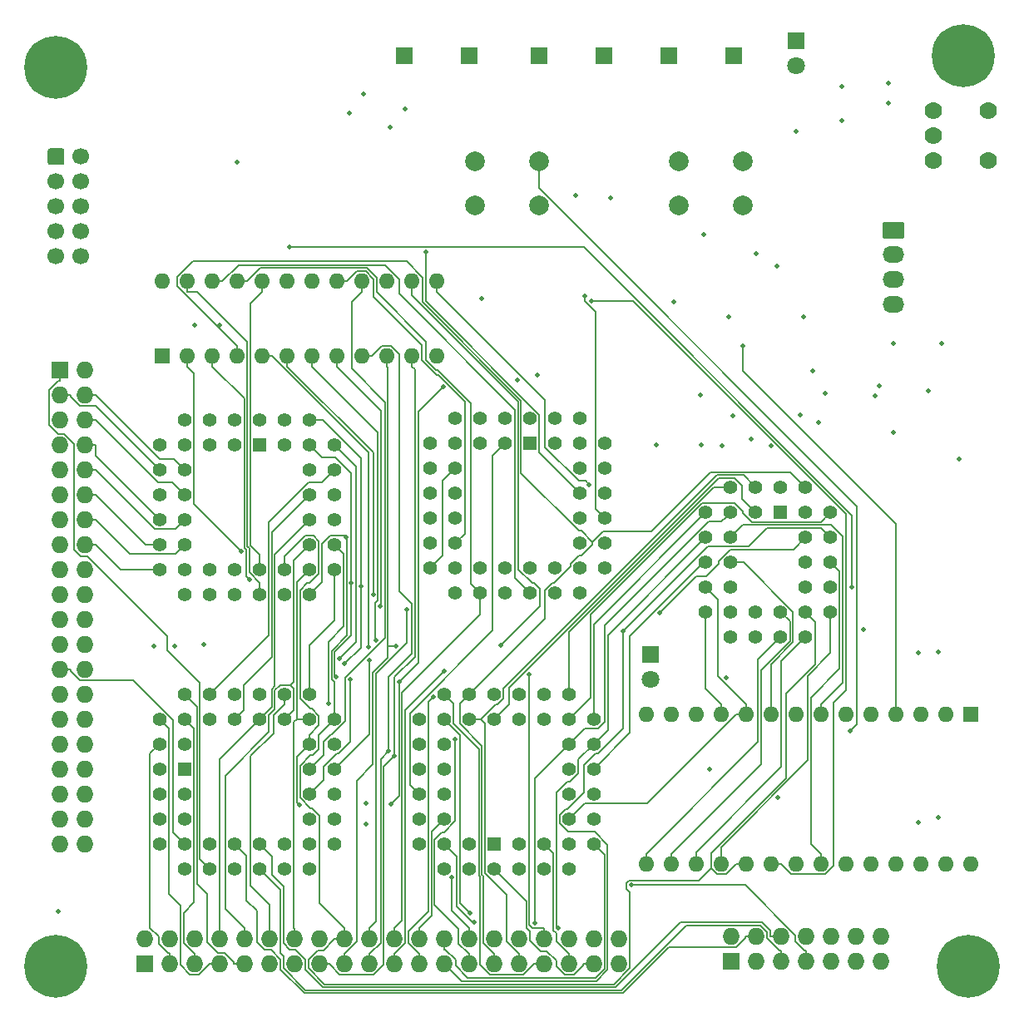
<source format=gbr>
G04 #@! TF.GenerationSoftware,KiCad,Pcbnew,5.1.5+dfsg1-2build2*
G04 #@! TF.CreationDate,2021-07-25T17:31:02+01:00*
G04 #@! TF.ProjectId,pluto,706c7574-6f2e-46b6-9963-61645f706362,rev?*
G04 #@! TF.SameCoordinates,Original*
G04 #@! TF.FileFunction,Copper,L4,Bot*
G04 #@! TF.FilePolarity,Positive*
%FSLAX46Y46*%
G04 Gerber Fmt 4.6, Leading zero omitted, Abs format (unit mm)*
G04 Created by KiCad (PCBNEW 5.1.5+dfsg1-2build2) date 2021-07-25 17:31:02*
%MOMM*%
%LPD*%
G04 APERTURE LIST*
%ADD10C,1.422400*%
%ADD11R,1.422400X1.422400*%
%ADD12C,1.700000*%
%ADD13C,0.100000*%
%ADD14R,1.800000X1.800000*%
%ADD15C,1.800000*%
%ADD16C,1.778000*%
%ADD17O,2.200000X1.700000*%
%ADD18R,1.727200X1.727200*%
%ADD19O,1.727200X1.727200*%
%ADD20C,6.400000*%
%ADD21C,2.000000*%
%ADD22O,1.600000X1.600000*%
%ADD23R,1.600000X1.600000*%
%ADD24R,1.700000X1.700000*%
%ADD25C,0.500000*%
%ADD26C,0.150000*%
G04 APERTURE END LIST*
D10*
X114300000Y-83185000D03*
X114300000Y-85725000D03*
X114300000Y-88265000D03*
X114300000Y-90805000D03*
X114300000Y-93345000D03*
X111760000Y-80645000D03*
X111760000Y-85725000D03*
X111760000Y-88265000D03*
X111760000Y-90805000D03*
X111760000Y-93345000D03*
X111760000Y-95885000D03*
X111760000Y-98425000D03*
X109220000Y-98425000D03*
X106680000Y-98425000D03*
X104140000Y-98425000D03*
X101600000Y-98425000D03*
X99060000Y-98425000D03*
X114300000Y-95885000D03*
X109220000Y-95885000D03*
X106680000Y-95885000D03*
X104140000Y-95885000D03*
X101600000Y-95885000D03*
X99060000Y-95885000D03*
X96520000Y-95885000D03*
X96520000Y-93345000D03*
X96520000Y-90805000D03*
X96520000Y-88265000D03*
X96520000Y-85725000D03*
X96520000Y-83185000D03*
X99060000Y-93345000D03*
X99060000Y-90805000D03*
X99060000Y-88265000D03*
X99060000Y-85725000D03*
X99060000Y-83185000D03*
X109220000Y-80645000D03*
X106680000Y-80645000D03*
X99060000Y-80645000D03*
X101600000Y-80645000D03*
X104140000Y-80645000D03*
X111760000Y-83185000D03*
X109220000Y-83185000D03*
X101600000Y-83185000D03*
X104140000Y-83185000D03*
D11*
X106680000Y-83185000D03*
D12*
X60960000Y-64135000D03*
X60960000Y-61595000D03*
X60960000Y-59055000D03*
X60960000Y-56515000D03*
X60960000Y-53975000D03*
X58420000Y-64135000D03*
X58420000Y-61595000D03*
X58420000Y-59055000D03*
X58420000Y-56515000D03*
G04 #@! TA.AperFunction,ComponentPad*
D13*
G36*
X59044504Y-53126204D02*
G01*
X59068773Y-53129804D01*
X59092571Y-53135765D01*
X59115671Y-53144030D01*
X59137849Y-53154520D01*
X59158893Y-53167133D01*
X59178598Y-53181747D01*
X59196777Y-53198223D01*
X59213253Y-53216402D01*
X59227867Y-53236107D01*
X59240480Y-53257151D01*
X59250970Y-53279329D01*
X59259235Y-53302429D01*
X59265196Y-53326227D01*
X59268796Y-53350496D01*
X59270000Y-53375000D01*
X59270000Y-54575000D01*
X59268796Y-54599504D01*
X59265196Y-54623773D01*
X59259235Y-54647571D01*
X59250970Y-54670671D01*
X59240480Y-54692849D01*
X59227867Y-54713893D01*
X59213253Y-54733598D01*
X59196777Y-54751777D01*
X59178598Y-54768253D01*
X59158893Y-54782867D01*
X59137849Y-54795480D01*
X59115671Y-54805970D01*
X59092571Y-54814235D01*
X59068773Y-54820196D01*
X59044504Y-54823796D01*
X59020000Y-54825000D01*
X57820000Y-54825000D01*
X57795496Y-54823796D01*
X57771227Y-54820196D01*
X57747429Y-54814235D01*
X57724329Y-54805970D01*
X57702151Y-54795480D01*
X57681107Y-54782867D01*
X57661402Y-54768253D01*
X57643223Y-54751777D01*
X57626747Y-54733598D01*
X57612133Y-54713893D01*
X57599520Y-54692849D01*
X57589030Y-54670671D01*
X57580765Y-54647571D01*
X57574804Y-54623773D01*
X57571204Y-54599504D01*
X57570000Y-54575000D01*
X57570000Y-53375000D01*
X57571204Y-53350496D01*
X57574804Y-53326227D01*
X57580765Y-53302429D01*
X57589030Y-53279329D01*
X57599520Y-53257151D01*
X57612133Y-53236107D01*
X57626747Y-53216402D01*
X57643223Y-53198223D01*
X57661402Y-53181747D01*
X57681107Y-53167133D01*
X57702151Y-53154520D01*
X57724329Y-53144030D01*
X57747429Y-53135765D01*
X57771227Y-53129804D01*
X57795496Y-53126204D01*
X57820000Y-53125000D01*
X59020000Y-53125000D01*
X59044504Y-53126204D01*
G37*
G04 #@! TD.AperFunction*
D11*
X71501000Y-116332000D03*
D10*
X71501000Y-118872000D03*
X71501000Y-121412000D03*
X71501000Y-113792000D03*
X71501000Y-111252000D03*
X68961000Y-118872000D03*
X68961000Y-121412000D03*
X68961000Y-123952000D03*
X68961000Y-116332000D03*
X68961000Y-113792000D03*
X71501000Y-123952000D03*
X74041000Y-123952000D03*
X76581000Y-123952000D03*
X79121000Y-123952000D03*
X81661000Y-123952000D03*
X71501000Y-126492000D03*
X74041000Y-126492000D03*
X76581000Y-126492000D03*
X79121000Y-126492000D03*
X81661000Y-126492000D03*
X84201000Y-126492000D03*
X84201000Y-123952000D03*
X84201000Y-121412000D03*
X84201000Y-118872000D03*
X84201000Y-116332000D03*
X84201000Y-113792000D03*
X84201000Y-108712000D03*
X86741000Y-123952000D03*
X86741000Y-121412000D03*
X86741000Y-118872000D03*
X86741000Y-116332000D03*
X86741000Y-113792000D03*
X86741000Y-111252000D03*
X84201000Y-111252000D03*
X81661000Y-111252000D03*
X79121000Y-111252000D03*
X76581000Y-111252000D03*
X74041000Y-111252000D03*
X68961000Y-111252000D03*
X81661000Y-108712000D03*
X79121000Y-108712000D03*
X76581000Y-108712000D03*
X74041000Y-108712000D03*
X71501000Y-108712000D03*
X86741000Y-83312000D03*
X86741000Y-85852000D03*
X86741000Y-88392000D03*
X86741000Y-90932000D03*
X86741000Y-93472000D03*
X84201000Y-80772000D03*
X84201000Y-85852000D03*
X84201000Y-88392000D03*
X84201000Y-90932000D03*
X84201000Y-93472000D03*
X84201000Y-96012000D03*
X84201000Y-98552000D03*
X81661000Y-98552000D03*
X79121000Y-98552000D03*
X76581000Y-98552000D03*
X74041000Y-98552000D03*
X71501000Y-98552000D03*
X86741000Y-96012000D03*
X81661000Y-96012000D03*
X79121000Y-96012000D03*
X76581000Y-96012000D03*
X74041000Y-96012000D03*
X71501000Y-96012000D03*
X68961000Y-96012000D03*
X68961000Y-93472000D03*
X68961000Y-90932000D03*
X68961000Y-88392000D03*
X68961000Y-85852000D03*
X68961000Y-83312000D03*
X71501000Y-93472000D03*
X71501000Y-90932000D03*
X71501000Y-88392000D03*
X71501000Y-85852000D03*
X71501000Y-83312000D03*
X81661000Y-80772000D03*
X79121000Y-80772000D03*
X71501000Y-80772000D03*
X74041000Y-80772000D03*
X76581000Y-80772000D03*
X84201000Y-83312000D03*
X81661000Y-83312000D03*
X74041000Y-83312000D03*
X76581000Y-83312000D03*
D11*
X79121000Y-83312000D03*
D14*
X118948000Y-104648000D03*
D15*
X118948000Y-107188000D03*
D14*
X133731000Y-42164000D03*
D15*
X133731000Y-44704000D03*
D16*
X153289000Y-54356000D03*
X153289000Y-49276000D03*
X147701000Y-54356000D03*
X147701000Y-51816000D03*
X147701000Y-49276000D03*
G04 #@! TA.AperFunction,ComponentPad*
D13*
G36*
X144511504Y-60619204D02*
G01*
X144535773Y-60622804D01*
X144559571Y-60628765D01*
X144582671Y-60637030D01*
X144604849Y-60647520D01*
X144625893Y-60660133D01*
X144645598Y-60674747D01*
X144663777Y-60691223D01*
X144680253Y-60709402D01*
X144694867Y-60729107D01*
X144707480Y-60750151D01*
X144717970Y-60772329D01*
X144726235Y-60795429D01*
X144732196Y-60819227D01*
X144735796Y-60843496D01*
X144737000Y-60868000D01*
X144737000Y-62068000D01*
X144735796Y-62092504D01*
X144732196Y-62116773D01*
X144726235Y-62140571D01*
X144717970Y-62163671D01*
X144707480Y-62185849D01*
X144694867Y-62206893D01*
X144680253Y-62226598D01*
X144663777Y-62244777D01*
X144645598Y-62261253D01*
X144625893Y-62275867D01*
X144604849Y-62288480D01*
X144582671Y-62298970D01*
X144559571Y-62307235D01*
X144535773Y-62313196D01*
X144511504Y-62316796D01*
X144487000Y-62318000D01*
X142787000Y-62318000D01*
X142762496Y-62316796D01*
X142738227Y-62313196D01*
X142714429Y-62307235D01*
X142691329Y-62298970D01*
X142669151Y-62288480D01*
X142648107Y-62275867D01*
X142628402Y-62261253D01*
X142610223Y-62244777D01*
X142593747Y-62226598D01*
X142579133Y-62206893D01*
X142566520Y-62185849D01*
X142556030Y-62163671D01*
X142547765Y-62140571D01*
X142541804Y-62116773D01*
X142538204Y-62092504D01*
X142537000Y-62068000D01*
X142537000Y-60868000D01*
X142538204Y-60843496D01*
X142541804Y-60819227D01*
X142547765Y-60795429D01*
X142556030Y-60772329D01*
X142566520Y-60750151D01*
X142579133Y-60729107D01*
X142593747Y-60709402D01*
X142610223Y-60691223D01*
X142628402Y-60674747D01*
X142648107Y-60660133D01*
X142669151Y-60647520D01*
X142691329Y-60637030D01*
X142714429Y-60628765D01*
X142738227Y-60622804D01*
X142762496Y-60619204D01*
X142787000Y-60618000D01*
X144487000Y-60618000D01*
X144511504Y-60619204D01*
G37*
G04 #@! TD.AperFunction*
D17*
X143637000Y-63968000D03*
X143637000Y-66468000D03*
X143637000Y-68968000D03*
D18*
X127127000Y-135890000D03*
D19*
X127127000Y-133350000D03*
X129667000Y-135890000D03*
X129667000Y-133350000D03*
X132207000Y-135890000D03*
X132207000Y-133350000D03*
X134747000Y-135890000D03*
X134747000Y-133350000D03*
X137287000Y-135890000D03*
X137287000Y-133350000D03*
X139827000Y-135890000D03*
X139827000Y-133350000D03*
X142367000Y-135890000D03*
X142367000Y-133350000D03*
D20*
X58394600Y-44856400D03*
X150749000Y-43688000D03*
X151257000Y-136398000D03*
X58420000Y-136398000D03*
D18*
X58801000Y-75692000D03*
D19*
X61341000Y-75692000D03*
X58801000Y-78232000D03*
X61341000Y-78232000D03*
X58801000Y-80772000D03*
X61341000Y-80772000D03*
X58801000Y-83312000D03*
X61341000Y-83312000D03*
X58801000Y-85852000D03*
X61341000Y-85852000D03*
X58801000Y-88392000D03*
X61341000Y-88392000D03*
X58801000Y-90932000D03*
X61341000Y-90932000D03*
X58801000Y-93472000D03*
X61341000Y-93472000D03*
X58801000Y-96012000D03*
X61341000Y-96012000D03*
X58801000Y-98552000D03*
X61341000Y-98552000D03*
X58801000Y-101092000D03*
X61341000Y-101092000D03*
X58801000Y-103632000D03*
X61341000Y-103632000D03*
X58801000Y-106172000D03*
X61341000Y-106172000D03*
X58801000Y-108712000D03*
X61341000Y-108712000D03*
X58801000Y-111252000D03*
X61341000Y-111252000D03*
X58801000Y-113792000D03*
X61341000Y-113792000D03*
X58801000Y-116332000D03*
X61341000Y-116332000D03*
X58801000Y-118872000D03*
X61341000Y-118872000D03*
X58801000Y-121412000D03*
X61341000Y-121412000D03*
X58801000Y-123952000D03*
X61341000Y-123952000D03*
D21*
X128293000Y-54428000D03*
X128293000Y-58928000D03*
X121793000Y-54428000D03*
X121793000Y-58928000D03*
X101069000Y-58928000D03*
X101069000Y-54428000D03*
X107569000Y-58928000D03*
X107569000Y-54428000D03*
D10*
X95377000Y-123952000D03*
X95377000Y-121412000D03*
X95377000Y-118872000D03*
X95377000Y-116332000D03*
X95377000Y-113792000D03*
X97917000Y-126492000D03*
X97917000Y-121412000D03*
X97917000Y-118872000D03*
X97917000Y-116332000D03*
X97917000Y-113792000D03*
X97917000Y-111252000D03*
X97917000Y-108712000D03*
X100457000Y-108712000D03*
X102997000Y-108712000D03*
X105537000Y-108712000D03*
X108077000Y-108712000D03*
X110617000Y-108712000D03*
X95377000Y-111252000D03*
X100457000Y-111252000D03*
X102997000Y-111252000D03*
X105537000Y-111252000D03*
X108077000Y-111252000D03*
X110617000Y-111252000D03*
X113157000Y-111252000D03*
X113157000Y-113792000D03*
X113157000Y-116332000D03*
X113157000Y-118872000D03*
X113157000Y-121412000D03*
X113157000Y-123952000D03*
X110617000Y-113792000D03*
X110617000Y-116332000D03*
X110617000Y-118872000D03*
X110617000Y-121412000D03*
X110617000Y-123952000D03*
X100457000Y-126492000D03*
X102997000Y-126492000D03*
X110617000Y-126492000D03*
X108077000Y-126492000D03*
X105537000Y-126492000D03*
X97917000Y-123952000D03*
X100457000Y-123952000D03*
X108077000Y-123952000D03*
X105537000Y-123952000D03*
D11*
X102997000Y-123952000D03*
D22*
X151511000Y-125984000D03*
X118491000Y-110744000D03*
X148971000Y-125984000D03*
X121031000Y-110744000D03*
X146431000Y-125984000D03*
X123571000Y-110744000D03*
X143891000Y-125984000D03*
X126111000Y-110744000D03*
X141351000Y-125984000D03*
X128651000Y-110744000D03*
X138811000Y-125984000D03*
X131191000Y-110744000D03*
X136271000Y-125984000D03*
X133731000Y-110744000D03*
X133731000Y-125984000D03*
X136271000Y-110744000D03*
X131191000Y-125984000D03*
X138811000Y-110744000D03*
X128651000Y-125984000D03*
X141351000Y-110744000D03*
X126111000Y-125984000D03*
X143891000Y-110744000D03*
X123571000Y-125984000D03*
X146431000Y-110744000D03*
X121031000Y-125984000D03*
X148971000Y-110744000D03*
X118491000Y-125984000D03*
D23*
X151511000Y-110744000D03*
X69215000Y-74295000D03*
D22*
X97155000Y-66675000D03*
X71755000Y-74295000D03*
X94615000Y-66675000D03*
X74295000Y-74295000D03*
X92075000Y-66675000D03*
X76835000Y-74295000D03*
X89535000Y-66675000D03*
X79375000Y-74295000D03*
X86995000Y-66675000D03*
X81915000Y-74295000D03*
X84455000Y-66675000D03*
X84455000Y-74295000D03*
X81915000Y-66675000D03*
X86995000Y-74295000D03*
X79375000Y-66675000D03*
X89535000Y-74295000D03*
X76835000Y-66675000D03*
X92075000Y-74295000D03*
X74295000Y-66675000D03*
X94615000Y-74295000D03*
X71755000Y-66675000D03*
X97155000Y-74295000D03*
X69215000Y-66675000D03*
D24*
X127381000Y-43688000D03*
X120777000Y-43688000D03*
X114173000Y-43688000D03*
X107569000Y-43688000D03*
X100457000Y-43688000D03*
X93853000Y-43688000D03*
D10*
X134706300Y-90198600D03*
X132166300Y-87658600D03*
X134706300Y-87658600D03*
X134706300Y-92738600D03*
X134706300Y-95278600D03*
X134706300Y-97818600D03*
X134706300Y-100358600D03*
X134706300Y-102898600D03*
X132166300Y-102898600D03*
X137246300Y-90198600D03*
X137246300Y-92738600D03*
X137246300Y-95278600D03*
X137246300Y-97818600D03*
X137246300Y-100358600D03*
X132166300Y-100358600D03*
X129626300Y-100358600D03*
X127086300Y-100358600D03*
X124546300Y-100358600D03*
X124546300Y-97818600D03*
X124546300Y-95278600D03*
X124546300Y-92738600D03*
X129626300Y-102898600D03*
X127086300Y-102898600D03*
X127086300Y-97818600D03*
X127086300Y-95278600D03*
X127086300Y-92738600D03*
X127086300Y-90198600D03*
X127086300Y-87658600D03*
X129626300Y-87658600D03*
X124546300Y-90198600D03*
X129626300Y-90198600D03*
D11*
X132166300Y-90198600D03*
D18*
X67437000Y-136144000D03*
D19*
X67437000Y-133604000D03*
X69977000Y-136144000D03*
X69977000Y-133604000D03*
X72517000Y-136144000D03*
X72517000Y-133604000D03*
X75057000Y-136144000D03*
X75057000Y-133604000D03*
X77597000Y-136144000D03*
X77597000Y-133604000D03*
X80137000Y-136144000D03*
X80137000Y-133604000D03*
X82677000Y-136144000D03*
X82677000Y-133604000D03*
X85217000Y-136144000D03*
X85217000Y-133604000D03*
X87757000Y-136144000D03*
X87757000Y-133604000D03*
X90297000Y-136144000D03*
X90297000Y-133604000D03*
X92837000Y-136144000D03*
X92837000Y-133604000D03*
X95377000Y-136144000D03*
X95377000Y-133604000D03*
X97917000Y-136144000D03*
X97917000Y-133604000D03*
X100457000Y-136144000D03*
X100457000Y-133604000D03*
X102997000Y-136144000D03*
X102997000Y-133604000D03*
X105537000Y-136144000D03*
X105537000Y-133604000D03*
X108077000Y-136144000D03*
X108077000Y-133604000D03*
X110617000Y-136144000D03*
X110617000Y-133604000D03*
X113157000Y-136144000D03*
X113157000Y-133604000D03*
X115697000Y-136144000D03*
X115697000Y-133604000D03*
D25*
X146189000Y-121757000D03*
X141811000Y-78314400D03*
X138376000Y-46868300D03*
X111322000Y-57907100D03*
X121285000Y-68779100D03*
X134493000Y-70258500D03*
X143129000Y-46501300D03*
X123978000Y-78275100D03*
X129163000Y-82723400D03*
X126873000Y-70297500D03*
X136057000Y-81049700D03*
X88314000Y-49530000D03*
X89945800Y-119837000D03*
X146196000Y-104450000D03*
X75057000Y-71120000D03*
X143617000Y-82020600D03*
X140628000Y-102100000D03*
X127269000Y-80325700D03*
X147188000Y-77844200D03*
X92383700Y-51008600D03*
X105377000Y-76693200D03*
X73478000Y-103631000D03*
X68404800Y-103771000D03*
X129649000Y-63813900D03*
X148567000Y-72981700D03*
X143617000Y-72987800D03*
X70459800Y-103771000D03*
X119541000Y-83347100D03*
X135407000Y-75770300D03*
X131823000Y-65082900D03*
X89740000Y-47556400D03*
X93980000Y-49080100D03*
X124333000Y-61883300D03*
X126162000Y-83443800D03*
X133731000Y-51423900D03*
X143129000Y-48551400D03*
X131850000Y-119245000D03*
X58653100Y-130840000D03*
X124946000Y-116341000D03*
X148254000Y-104378000D03*
X89935300Y-121901000D03*
X107414000Y-76221200D03*
X131220000Y-83431800D03*
X150333000Y-84794100D03*
X148248000Y-121251000D03*
X76835000Y-54491300D03*
X101757000Y-68434000D03*
X126656000Y-107028000D03*
X72517000Y-71120000D03*
X136713000Y-78076500D03*
X142205000Y-77344400D03*
X114850000Y-58143500D03*
X124080000Y-83356600D03*
X138371000Y-50315600D03*
X134135000Y-80279400D03*
X93345400Y-107433000D03*
X92523600Y-119892000D03*
X97837400Y-77382900D03*
X128295000Y-73253500D03*
X88466800Y-97356500D03*
X86933100Y-106940000D03*
X87805000Y-105621000D03*
X89472800Y-97683800D03*
X98677700Y-127354000D03*
X139248000Y-112444000D03*
X107119000Y-132037000D03*
X112673000Y-87382700D03*
X109505000Y-132501000D03*
X92848300Y-114958000D03*
X92255300Y-114497000D03*
X96788400Y-109009000D03*
X90979500Y-103200000D03*
X99036900Y-113269000D03*
X90191100Y-103877000D03*
X78138800Y-97034800D03*
X87917700Y-92731000D03*
X93035200Y-103778000D03*
X119882000Y-100396000D03*
X97945500Y-106321000D03*
X91398700Y-99774100D03*
X116145000Y-102312000D03*
X90690500Y-98524700D03*
X77306900Y-94175000D03*
X100577000Y-130997000D03*
X86125000Y-109649000D03*
X139444000Y-97818600D03*
X82173700Y-63206600D03*
X94147100Y-100106000D03*
X88367700Y-107227000D03*
X87233400Y-105070000D03*
X90316700Y-105276000D03*
X103696000Y-103728000D03*
X106577000Y-106650000D03*
X83220600Y-119997000D03*
X101007000Y-131912000D03*
X116946000Y-128144000D03*
X112885000Y-68669900D03*
X96035100Y-63688100D03*
X112243000Y-68140600D03*
D26*
X108077000Y-123952000D02*
X109018000Y-124893000D01*
X109018000Y-124893000D02*
X109018000Y-132727000D01*
X109018000Y-132727000D02*
X109347000Y-133056000D01*
X109347000Y-133056000D02*
X109347000Y-133898000D01*
X109347000Y-133898000D02*
X110504000Y-135055000D01*
X110504000Y-135055000D02*
X110617000Y-135055000D01*
X110617000Y-135055000D02*
X110617000Y-136144000D01*
X93345400Y-107433000D02*
X93345400Y-119070000D01*
X93345400Y-119070000D02*
X92523600Y-119892000D01*
X93345400Y-107433000D02*
X95297000Y-105482000D01*
X95297000Y-105482000D02*
X95297000Y-79923300D01*
X95297000Y-79923300D02*
X97837400Y-77382900D01*
X143891000Y-110744000D02*
X143891000Y-91399600D01*
X143891000Y-91399600D02*
X128295000Y-75803600D01*
X128295000Y-75803600D02*
X128295000Y-73253500D01*
X113157000Y-136144000D02*
X112068000Y-136144000D01*
X112068000Y-136144000D02*
X112068000Y-136280000D01*
X112068000Y-136280000D02*
X111102000Y-137246000D01*
X111102000Y-137246000D02*
X110176000Y-137246000D01*
X110176000Y-137246000D02*
X109347000Y-136417000D01*
X109347000Y-136417000D02*
X109347000Y-135814000D01*
X109347000Y-135814000D02*
X108375000Y-134842000D01*
X108375000Y-134842000D02*
X107751000Y-134842000D01*
X107751000Y-134842000D02*
X106657000Y-133748000D01*
X106657000Y-133748000D02*
X106657000Y-132878000D01*
X106657000Y-132878000D02*
X106276000Y-132498000D01*
X106276000Y-132498000D02*
X106276000Y-129771000D01*
X106276000Y-129771000D02*
X102997000Y-126492000D01*
X86741000Y-85852000D02*
X85471000Y-87122000D01*
X85471000Y-87122000D02*
X84136900Y-87122000D01*
X84136900Y-87122000D02*
X80075300Y-91183600D01*
X80075300Y-91183600D02*
X80075300Y-102678000D01*
X80075300Y-102678000D02*
X74041000Y-108712000D01*
X58801000Y-78232000D02*
X59889900Y-78232000D01*
X59889900Y-78232000D02*
X59889900Y-78368200D01*
X59889900Y-78368200D02*
X60842600Y-79320900D01*
X60842600Y-79320900D02*
X62429900Y-79320900D01*
X62429900Y-79320900D02*
X68961000Y-85852000D01*
X61341000Y-78232000D02*
X62429900Y-78232000D01*
X62429900Y-78232000D02*
X68973900Y-84776000D01*
X68973900Y-84776000D02*
X70425000Y-84776000D01*
X70425000Y-84776000D02*
X71501000Y-85852000D01*
X61341000Y-80772000D02*
X62429900Y-80772000D01*
X62429900Y-80772000D02*
X68779900Y-87122000D01*
X68779900Y-87122000D02*
X70231000Y-87122000D01*
X70231000Y-87122000D02*
X71501000Y-88392000D01*
X61341000Y-83312000D02*
X62429900Y-83312000D01*
X62429900Y-83312000D02*
X62429900Y-84400900D01*
X62429900Y-84400900D02*
X68961000Y-90932000D01*
X61341000Y-85852000D02*
X62429900Y-85852000D01*
X62429900Y-85852000D02*
X68448700Y-91870800D01*
X68448700Y-91870800D02*
X70562200Y-91870800D01*
X70562200Y-91870800D02*
X71501000Y-90932000D01*
X61341000Y-88392000D02*
X62429900Y-88392000D01*
X62429900Y-88392000D02*
X67509900Y-93472000D01*
X67509900Y-93472000D02*
X68961000Y-93472000D01*
X61341000Y-90932000D02*
X62429900Y-90932000D01*
X62429900Y-90932000D02*
X65922400Y-94424500D01*
X65922400Y-94424500D02*
X70548500Y-94424500D01*
X70548500Y-94424500D02*
X71501000Y-93472000D01*
X61341000Y-93472000D02*
X62429900Y-93472000D01*
X62429900Y-93472000D02*
X64969900Y-96012000D01*
X64969900Y-96012000D02*
X68961000Y-96012000D01*
X127086300Y-95278600D02*
X127086000Y-95278600D01*
X131191000Y-110744000D02*
X131191000Y-105642000D01*
X131191000Y-105642000D02*
X133438000Y-103395000D01*
X133438000Y-103395000D02*
X133438000Y-100301000D01*
X133438000Y-100301000D02*
X128416000Y-95278600D01*
X128416000Y-95278600D02*
X127086300Y-95278600D01*
X71501000Y-111252000D02*
X72470700Y-112222000D01*
X72470700Y-112222000D02*
X72470700Y-129906000D01*
X72470700Y-129906000D02*
X71400000Y-130977000D01*
X71400000Y-130977000D02*
X71400000Y-134051000D01*
X71400000Y-134051000D02*
X72404200Y-135055000D01*
X72404200Y-135055000D02*
X72517000Y-135055000D01*
X72517000Y-135055000D02*
X72517000Y-136144000D01*
X88425900Y-97356500D02*
X88425900Y-86157700D01*
X88425900Y-86157700D02*
X86850200Y-84582000D01*
X86850200Y-84582000D02*
X85471000Y-84582000D01*
X85471000Y-84582000D02*
X84201000Y-83312000D01*
X88425900Y-97356500D02*
X88466800Y-97356500D01*
X86933100Y-106940000D02*
X86758000Y-106765000D01*
X86758000Y-106765000D02*
X86758000Y-104415000D01*
X86758000Y-104415000D02*
X88425900Y-102747000D01*
X88425900Y-102747000D02*
X88425900Y-97356500D01*
X124546200Y-97818700D02*
X125816000Y-99088600D01*
X125816000Y-99088600D02*
X125816000Y-106884000D01*
X125816000Y-106884000D02*
X128651000Y-109719000D01*
X128651000Y-109719000D02*
X128651000Y-110744000D01*
X124546000Y-97818600D02*
X124546200Y-97818700D01*
X124546300Y-97818600D02*
X124546200Y-97818700D01*
X69977000Y-136144000D02*
X69977000Y-135055000D01*
X69977000Y-135055000D02*
X69840800Y-135055000D01*
X69840800Y-135055000D02*
X68888100Y-134102000D01*
X68888100Y-134102000D02*
X68888100Y-133379000D01*
X68888100Y-133379000D02*
X67994500Y-132485000D01*
X67994500Y-132485000D02*
X67994500Y-114758000D01*
X67994500Y-114758000D02*
X68961000Y-113792000D01*
X128651000Y-110744000D02*
X127626000Y-110744000D01*
X127626000Y-110744000D02*
X118561000Y-119809000D01*
X118561000Y-119809000D02*
X112220000Y-119809000D01*
X112220000Y-119809000D02*
X110617000Y-121412000D01*
X124546000Y-95278600D02*
X124546300Y-95278600D01*
X124546000Y-95278600D02*
X124327000Y-95278600D01*
X124327000Y-95278600D02*
X116838000Y-102767000D01*
X116838000Y-102767000D02*
X116838000Y-112650000D01*
X116838000Y-112650000D02*
X113157000Y-116332000D01*
X68961000Y-111252000D02*
X69897500Y-112188000D01*
X69897500Y-112188000D02*
X69897500Y-129046000D01*
X69897500Y-129046000D02*
X71066000Y-130214000D01*
X71066000Y-130214000D02*
X71066000Y-136255000D01*
X71066000Y-136255000D02*
X72056100Y-137245000D01*
X72056100Y-137245000D02*
X72980100Y-137245000D01*
X72980100Y-137245000D02*
X73968100Y-136257000D01*
X73968100Y-136257000D02*
X73968100Y-136144000D01*
X73968100Y-136144000D02*
X75057000Y-136144000D01*
X84201000Y-80772000D02*
X85550500Y-80772000D01*
X85550500Y-80772000D02*
X89472800Y-84694300D01*
X89472800Y-84694300D02*
X89472800Y-97683800D01*
X89472800Y-97683800D02*
X89472800Y-103954000D01*
X89472800Y-103954000D02*
X87805000Y-105621000D01*
X100457000Y-133604000D02*
X100457000Y-132515000D01*
X100457000Y-132515000D02*
X98677700Y-130736000D01*
X98677700Y-130736000D02*
X98677700Y-127354000D01*
X113157000Y-123952000D02*
X114248000Y-125043000D01*
X114248000Y-125043000D02*
X114248000Y-136636000D01*
X114248000Y-136636000D02*
X113320000Y-137564000D01*
X113320000Y-137564000D02*
X100282000Y-137564000D01*
X100282000Y-137564000D02*
X99067700Y-136350000D01*
X99067700Y-136350000D02*
X99067700Y-135731000D01*
X99067700Y-135731000D02*
X98029800Y-134693000D01*
X98029800Y-134693000D02*
X97917000Y-134693000D01*
X97917000Y-134693000D02*
X97917000Y-133604000D01*
X139248000Y-112444000D02*
X139930000Y-111762000D01*
X139930000Y-111762000D02*
X139930000Y-89555600D01*
X139930000Y-89555600D02*
X107569000Y-57194900D01*
X107569000Y-57194900D02*
X107569000Y-54428000D01*
X126618000Y-90666900D02*
X126150000Y-91135200D01*
X126150000Y-91135200D02*
X124825000Y-91135200D01*
X124825000Y-91135200D02*
X114269000Y-101691000D01*
X114269000Y-101691000D02*
X114269000Y-111489000D01*
X114269000Y-111489000D02*
X113570000Y-112189000D01*
X113570000Y-112189000D02*
X112220000Y-112189000D01*
X112220000Y-112189000D02*
X110617000Y-113792000D01*
X127086000Y-90198600D02*
X126618000Y-90666900D01*
X126618000Y-90666900D02*
X127086300Y-90198600D01*
X110617000Y-113792000D02*
X107119000Y-117290000D01*
X107119000Y-117290000D02*
X107119000Y-132037000D01*
X112673000Y-87382700D02*
X112285000Y-86995000D01*
X112285000Y-86995000D02*
X111670000Y-86995000D01*
X111670000Y-86995000D02*
X108206000Y-83531600D01*
X108206000Y-83531600D02*
X108206000Y-78751800D01*
X108206000Y-78751800D02*
X97155000Y-67700300D01*
X97155000Y-67700300D02*
X97155000Y-66675000D01*
X124546300Y-92738600D02*
X124546000Y-92738600D01*
X124546000Y-92738600D02*
X114593000Y-102692000D01*
X114593000Y-102692000D02*
X114593000Y-112356000D01*
X114593000Y-112356000D02*
X113157000Y-113792000D01*
X113157000Y-113792000D02*
X111584000Y-115364000D01*
X111584000Y-115364000D02*
X111584000Y-116736000D01*
X111584000Y-116736000D02*
X110718000Y-117602000D01*
X110718000Y-117602000D02*
X110459000Y-117602000D01*
X110459000Y-117602000D02*
X109325000Y-118735000D01*
X109325000Y-118735000D02*
X109325000Y-132321000D01*
X109325000Y-132321000D02*
X109505000Y-132501000D01*
X124546300Y-90198600D02*
X124546000Y-90198600D01*
X113157000Y-111252000D02*
X113157000Y-101588000D01*
X113157000Y-101588000D02*
X124546000Y-90198600D01*
X85217000Y-136144000D02*
X86305900Y-136144000D01*
X86305900Y-136144000D02*
X86305900Y-136257000D01*
X86305900Y-136257000D02*
X87287100Y-137238000D01*
X87287100Y-137238000D02*
X90746200Y-137238000D01*
X90746200Y-137238000D02*
X91748000Y-136236000D01*
X91748000Y-136236000D02*
X91748000Y-116058000D01*
X91748000Y-116058000D02*
X92848300Y-114958000D01*
X94615000Y-74295000D02*
X94615000Y-75320300D01*
X94615000Y-75320300D02*
X94922700Y-75628000D01*
X94922700Y-75628000D02*
X94922700Y-104871000D01*
X94922700Y-104871000D02*
X92848300Y-106945000D01*
X92848300Y-106945000D02*
X92848300Y-114958000D01*
X137246300Y-90198600D02*
X137246000Y-90198600D01*
X110617000Y-111252000D02*
X112821000Y-109048000D01*
X112821000Y-109048000D02*
X112821000Y-100591000D01*
X112821000Y-100591000D02*
X124156000Y-89256000D01*
X124156000Y-89256000D02*
X127515000Y-89256000D01*
X127515000Y-89256000D02*
X128356000Y-90097800D01*
X128356000Y-90097800D02*
X128356000Y-90261300D01*
X128356000Y-90261300D02*
X129260000Y-91164700D01*
X129260000Y-91164700D02*
X136280000Y-91164700D01*
X136280000Y-91164700D02*
X137246000Y-90198600D01*
X90297000Y-136144000D02*
X90297000Y-135055000D01*
X90297000Y-135055000D02*
X90409800Y-135055000D01*
X90409800Y-135055000D02*
X91447600Y-134017000D01*
X91447600Y-134017000D02*
X91447600Y-115305000D01*
X91447600Y-115305000D02*
X92255300Y-114497000D01*
X89535000Y-74295000D02*
X90560300Y-74295000D01*
X90560300Y-74295000D02*
X91590400Y-73264900D01*
X91590400Y-73264900D02*
X92524000Y-73264900D01*
X92524000Y-73264900D02*
X93345000Y-74085900D01*
X93345000Y-74085900D02*
X93345000Y-98218800D01*
X93345000Y-98218800D02*
X94622400Y-99496200D01*
X94622400Y-99496200D02*
X94622400Y-104586000D01*
X94622400Y-104586000D02*
X92255300Y-106953000D01*
X92255300Y-106953000D02*
X92255300Y-114497000D01*
X95377000Y-136144000D02*
X95377000Y-135055000D01*
X95377000Y-135055000D02*
X95264200Y-135055000D01*
X95264200Y-135055000D02*
X94265700Y-134057000D01*
X94265700Y-134057000D02*
X94265700Y-132838000D01*
X94265700Y-132838000D02*
X96313700Y-130790000D01*
X96313700Y-130790000D02*
X96313700Y-109484000D01*
X96313700Y-109484000D02*
X96788400Y-109009000D01*
X84455000Y-74295000D02*
X84455000Y-75320300D01*
X84455000Y-75320300D02*
X91177900Y-82043200D01*
X91177900Y-82043200D02*
X91177900Y-99180400D01*
X91177900Y-99180400D02*
X90912900Y-99445400D01*
X90912900Y-99445400D02*
X90912900Y-103134000D01*
X90912900Y-103134000D02*
X90979500Y-103200000D01*
X129626300Y-90198600D02*
X129626000Y-90198600D01*
X129626000Y-90198600D02*
X128265000Y-88837100D01*
X128265000Y-88837100D02*
X128265000Y-87473100D01*
X128265000Y-87473100D02*
X127495000Y-86703600D01*
X127495000Y-86703600D02*
X125832000Y-86703600D01*
X125832000Y-86703600D02*
X104511000Y-108024000D01*
X104511000Y-108024000D02*
X104511000Y-109738000D01*
X104511000Y-109738000D02*
X102997000Y-111252000D01*
X100457000Y-136144000D02*
X100457000Y-135055000D01*
X100457000Y-135055000D02*
X100344000Y-135055000D01*
X100344000Y-135055000D02*
X99368100Y-134079000D01*
X99368100Y-134079000D02*
X99368100Y-132604000D01*
X99368100Y-132604000D02*
X96934500Y-130170000D01*
X96934500Y-130170000D02*
X96934500Y-123501000D01*
X96934500Y-123501000D02*
X97662000Y-122774000D01*
X97662000Y-122774000D02*
X97889400Y-122774000D01*
X97889400Y-122774000D02*
X99036900Y-121626000D01*
X99036900Y-121626000D02*
X99036900Y-113269000D01*
X79375000Y-74295000D02*
X80400300Y-74295000D01*
X80400300Y-74295000D02*
X90191100Y-84085800D01*
X90191100Y-84085800D02*
X90191100Y-103877000D01*
X129626300Y-87658600D02*
X129626000Y-87658600D01*
X101652000Y-111252000D02*
X103153000Y-109751000D01*
X103153000Y-109751000D02*
X103346000Y-109751000D01*
X103346000Y-109751000D02*
X103967000Y-109131000D01*
X103967000Y-109131000D02*
X103967000Y-108144000D01*
X103967000Y-108144000D02*
X125707000Y-86403200D01*
X125707000Y-86403200D02*
X128371000Y-86403200D01*
X128371000Y-86403200D02*
X129626000Y-87658600D01*
X74295000Y-74295000D02*
X74295000Y-75320300D01*
X74295000Y-75320300D02*
X77583500Y-78608800D01*
X77583500Y-78608800D02*
X77583500Y-93779300D01*
X77583500Y-93779300D02*
X77782200Y-93978000D01*
X77782200Y-93978000D02*
X77782200Y-96678200D01*
X77782200Y-96678200D02*
X78138800Y-97034800D01*
X105537000Y-136144000D02*
X105537000Y-135055000D01*
X105537000Y-135055000D02*
X105424000Y-135055000D01*
X105424000Y-135055000D02*
X104267000Y-133898000D01*
X104267000Y-133898000D02*
X104267000Y-129086000D01*
X104267000Y-129086000D02*
X102060000Y-126880000D01*
X102060000Y-126880000D02*
X102060000Y-111661000D01*
X102060000Y-111661000D02*
X101652000Y-111252000D01*
X100457000Y-111252000D02*
X101652000Y-111252000D01*
X134706300Y-100358600D02*
X134706000Y-100358900D01*
X134706000Y-100358900D02*
X134706000Y-100359000D01*
X125085000Y-126440000D02*
X125085000Y-124872000D01*
X125085000Y-124872000D02*
X132705000Y-117251000D01*
X132705000Y-117251000D02*
X132705000Y-108629000D01*
X132705000Y-108629000D02*
X135658000Y-105677000D01*
X135658000Y-105677000D02*
X135658000Y-101310000D01*
X135658000Y-101310000D02*
X134706000Y-100359000D01*
X87757000Y-133604000D02*
X87757000Y-132515000D01*
X87757000Y-132515000D02*
X85216800Y-129975000D01*
X85216800Y-129975000D02*
X85216800Y-121100000D01*
X85216800Y-121100000D02*
X84443900Y-120327000D01*
X84443900Y-120327000D02*
X84328100Y-120327000D01*
X84328100Y-120327000D02*
X83241300Y-119240000D01*
X83241300Y-119240000D02*
X83241300Y-115963000D01*
X83241300Y-115963000D02*
X84313300Y-114891000D01*
X84313300Y-114891000D02*
X84539400Y-114891000D01*
X84539400Y-114891000D02*
X85154400Y-114276000D01*
X85154400Y-114276000D02*
X85154400Y-112839000D01*
X85154400Y-112839000D02*
X86741000Y-111252000D01*
X128651000Y-125984000D02*
X127626000Y-125984000D01*
X127626000Y-125984000D02*
X126585000Y-127025000D01*
X126585000Y-127025000D02*
X125669000Y-127025000D01*
X125669000Y-127025000D02*
X125085000Y-126440000D01*
X87757000Y-133604000D02*
X86668100Y-133604000D01*
X86668100Y-133604000D02*
X86668100Y-133717000D01*
X86668100Y-133717000D02*
X85630200Y-134755000D01*
X85630200Y-134755000D02*
X85045800Y-134755000D01*
X85045800Y-134755000D02*
X84097200Y-135703000D01*
X84097200Y-135703000D02*
X84097200Y-136599000D01*
X84097200Y-136599000D02*
X85724900Y-138227000D01*
X85724900Y-138227000D02*
X115210000Y-138227000D01*
X115210000Y-138227000D02*
X116838000Y-136600000D01*
X116838000Y-136600000D02*
X116838000Y-128888000D01*
X116838000Y-128888000D02*
X116471000Y-128521000D01*
X116471000Y-128521000D02*
X116471000Y-127947000D01*
X116471000Y-127947000D02*
X116749000Y-127669000D01*
X116749000Y-127669000D02*
X123856000Y-127669000D01*
X123856000Y-127669000D02*
X125085000Y-126440000D01*
X84201000Y-98552000D02*
X85471100Y-97281900D01*
X85471100Y-97281900D02*
X85471100Y-93386700D01*
X85471100Y-93386700D02*
X86322400Y-92535400D01*
X86322400Y-92535400D02*
X87722100Y-92535400D01*
X87722100Y-92535400D02*
X87917700Y-92731000D01*
X86741000Y-111252000D02*
X86741000Y-107441000D01*
X86741000Y-107441000D02*
X86457700Y-107158000D01*
X86457700Y-107158000D02*
X86457700Y-104278000D01*
X86457700Y-104278000D02*
X87991500Y-102744000D01*
X87991500Y-102744000D02*
X87991500Y-92804800D01*
X87991500Y-92804800D02*
X87917700Y-92731000D01*
X127086000Y-87658600D02*
X127086300Y-87658600D01*
X110617000Y-108712000D02*
X110617000Y-102371000D01*
X110617000Y-102371000D02*
X125329000Y-87658600D01*
X125329000Y-87658600D02*
X127086000Y-87658600D01*
X92075000Y-74295000D02*
X92075000Y-75320300D01*
X92075000Y-75320300D02*
X92206400Y-75451700D01*
X92206400Y-75451700D02*
X92206400Y-103778000D01*
X87757000Y-136144000D02*
X87757000Y-135055000D01*
X87757000Y-135055000D02*
X87869800Y-135055000D01*
X87869800Y-135055000D02*
X89027000Y-133898000D01*
X89027000Y-133898000D02*
X89027000Y-117481000D01*
X89027000Y-117481000D02*
X90674700Y-115834000D01*
X90674700Y-115834000D02*
X90674700Y-106526000D01*
X90674700Y-106526000D02*
X92206400Y-104994000D01*
X92206400Y-104994000D02*
X92206400Y-103778000D01*
X93035200Y-103778000D02*
X92206400Y-103778000D01*
X134706300Y-92738600D02*
X134706000Y-92738600D01*
X134706000Y-92738600D02*
X133469000Y-93975600D01*
X133469000Y-93975600D02*
X127040000Y-93975600D01*
X127040000Y-93975600D02*
X125850000Y-95165500D01*
X125850000Y-95165500D02*
X125850000Y-95402600D01*
X125850000Y-95402600D02*
X124569000Y-96684100D01*
X124569000Y-96684100D02*
X123594000Y-96684100D01*
X123594000Y-96684100D02*
X119882000Y-100396000D01*
X97945500Y-106321000D02*
X93965300Y-110301000D01*
X93965300Y-110301000D02*
X93965300Y-134040000D01*
X93965300Y-134040000D02*
X92949800Y-135055000D01*
X92949800Y-135055000D02*
X92837000Y-135055000D01*
X92837000Y-135055000D02*
X92837000Y-136144000D01*
X86995000Y-74295000D02*
X86995000Y-75320300D01*
X86995000Y-75320300D02*
X91482600Y-79807900D01*
X91482600Y-79807900D02*
X91482600Y-99690200D01*
X91482600Y-99690200D02*
X91398700Y-99774100D01*
X137246300Y-92738600D02*
X137246000Y-92738600D01*
X137246000Y-92738600D02*
X136277000Y-91769200D01*
X136277000Y-91769200D02*
X130796000Y-91769200D01*
X130796000Y-91769200D02*
X128890000Y-93675200D01*
X128890000Y-93675200D02*
X124781000Y-93675200D01*
X124781000Y-93675200D02*
X116145000Y-102312000D01*
X97917000Y-136144000D02*
X99699700Y-137927000D01*
X99699700Y-137927000D02*
X113388000Y-137927000D01*
X113388000Y-137927000D02*
X114553000Y-136761000D01*
X114553000Y-136761000D02*
X114553000Y-124009000D01*
X114553000Y-124009000D02*
X113226000Y-122682000D01*
X113226000Y-122682000D02*
X110536000Y-122682000D01*
X110536000Y-122682000D02*
X109663000Y-121809000D01*
X109663000Y-121809000D02*
X109663000Y-120978000D01*
X109663000Y-120978000D02*
X110257000Y-120384000D01*
X110257000Y-120384000D02*
X110488000Y-120384000D01*
X110488000Y-120384000D02*
X112185000Y-118687000D01*
X112185000Y-118687000D02*
X112185000Y-115892000D01*
X112185000Y-115892000D02*
X113349000Y-114729000D01*
X113349000Y-114729000D02*
X113586000Y-114729000D01*
X113586000Y-114729000D02*
X116145000Y-112170000D01*
X116145000Y-112170000D02*
X116145000Y-102312000D01*
X81915000Y-74295000D02*
X81915000Y-75320300D01*
X81915000Y-75320300D02*
X90690500Y-84095800D01*
X90690500Y-84095800D02*
X90690500Y-98524700D01*
X134706300Y-87658600D02*
X134706000Y-87658600D01*
X113036000Y-93234100D02*
X114124000Y-92146200D01*
X114124000Y-92146200D02*
X119006000Y-92146200D01*
X119006000Y-92146200D02*
X125049000Y-86102900D01*
X125049000Y-86102900D02*
X133151000Y-86102900D01*
X133151000Y-86102900D02*
X134706000Y-87658600D01*
X76835000Y-74295000D02*
X76835000Y-73227300D01*
X76835000Y-73227300D02*
X70718600Y-67110900D01*
X70718600Y-67110900D02*
X70718600Y-66252500D01*
X70718600Y-66252500D02*
X72323000Y-64648100D01*
X72323000Y-64648100D02*
X94079100Y-64648100D01*
X94079100Y-64648100D02*
X95698900Y-66267900D01*
X95698900Y-66267900D02*
X95698900Y-68747300D01*
X95698900Y-68747300D02*
X105744000Y-78791900D01*
X105744000Y-78791900D02*
X105744000Y-86176300D01*
X105744000Y-86176300D02*
X111642000Y-92075000D01*
X111642000Y-92075000D02*
X111876000Y-92075000D01*
X111876000Y-92075000D02*
X113036000Y-93234100D01*
X102997000Y-136144000D02*
X102997000Y-135055000D01*
X102997000Y-135055000D02*
X102884000Y-135055000D01*
X102884000Y-135055000D02*
X101862000Y-134033000D01*
X101862000Y-134033000D02*
X101862000Y-127183000D01*
X101862000Y-127183000D02*
X101742000Y-127062000D01*
X101742000Y-127062000D02*
X101742000Y-113932000D01*
X101742000Y-113932000D02*
X99516600Y-111707000D01*
X99516600Y-111707000D02*
X99516600Y-109652000D01*
X99516600Y-109652000D02*
X100457000Y-108712000D01*
X113036000Y-93234100D02*
X113036000Y-93455000D01*
X113036000Y-93455000D02*
X111876000Y-94615000D01*
X111876000Y-94615000D02*
X111612000Y-94615000D01*
X111612000Y-94615000D02*
X110823000Y-95404000D01*
X110823000Y-95404000D02*
X110823000Y-95664800D01*
X110823000Y-95664800D02*
X109091000Y-97396900D01*
X109091000Y-97396900D02*
X108889000Y-97396900D01*
X108889000Y-97396900D02*
X108165000Y-98120900D01*
X108165000Y-98120900D02*
X108165000Y-101004000D01*
X108165000Y-101004000D02*
X100457000Y-108712000D01*
X108077000Y-136144000D02*
X106988000Y-136144000D01*
X106988000Y-136144000D02*
X106988000Y-136257000D01*
X106988000Y-136257000D02*
X105981000Y-137264000D01*
X105981000Y-137264000D02*
X102543000Y-137264000D01*
X102543000Y-137264000D02*
X101546000Y-136267000D01*
X101546000Y-136267000D02*
X101546000Y-127292000D01*
X101546000Y-127292000D02*
X101441000Y-127187000D01*
X101441000Y-127187000D02*
X101441000Y-114268000D01*
X101441000Y-114268000D02*
X98853600Y-111681000D01*
X98853600Y-111681000D02*
X98853600Y-109649000D01*
X98853600Y-109649000D02*
X97917000Y-108712000D01*
X71755000Y-74295000D02*
X71755000Y-75320300D01*
X71755000Y-75320300D02*
X72480000Y-76045300D01*
X72480000Y-76045300D02*
X72480000Y-89348100D01*
X72480000Y-89348100D02*
X77306900Y-94175000D01*
X137246300Y-100358600D02*
X137246000Y-100358900D01*
X137246000Y-100358900D02*
X137246000Y-100359000D01*
X126111000Y-125984000D02*
X126111000Y-124271000D01*
X126111000Y-124271000D02*
X134939000Y-115443000D01*
X134939000Y-115443000D02*
X134939000Y-106821000D01*
X134939000Y-106821000D02*
X137246000Y-104513000D01*
X137246000Y-104513000D02*
X137246000Y-100359000D01*
X97917000Y-111252000D02*
X99520500Y-112856000D01*
X99520500Y-112856000D02*
X99520500Y-129941000D01*
X99520500Y-129941000D02*
X100577000Y-130997000D01*
X86741000Y-96012000D02*
X86741000Y-101170000D01*
X86741000Y-101170000D02*
X84201000Y-103710000D01*
X84201000Y-103710000D02*
X84201000Y-108712000D01*
X132166300Y-100358600D02*
X132166000Y-100358900D01*
X132166000Y-100358900D02*
X132166000Y-100359000D01*
X121031000Y-125984000D02*
X121031000Y-124959000D01*
X121031000Y-124959000D02*
X130166000Y-115824000D01*
X130166000Y-115824000D02*
X130166000Y-106242000D01*
X130166000Y-106242000D02*
X133104000Y-103304000D01*
X133104000Y-103304000D02*
X133104000Y-101296000D01*
X133104000Y-101296000D02*
X132166000Y-100359000D01*
X80137000Y-133604000D02*
X80137000Y-130119000D01*
X80137000Y-130119000D02*
X78184400Y-128166000D01*
X78184400Y-128166000D02*
X78184400Y-115020000D01*
X78184400Y-115020000D02*
X80533600Y-112671000D01*
X80533600Y-112671000D02*
X80533600Y-110846000D01*
X80533600Y-110846000D02*
X81661000Y-109718000D01*
X81661000Y-109718000D02*
X81661000Y-108712000D01*
X86741000Y-93472000D02*
X87691100Y-94422100D01*
X87691100Y-94422100D02*
X87691100Y-101783000D01*
X87691100Y-101783000D02*
X86125000Y-103349000D01*
X86125000Y-103349000D02*
X86125000Y-109649000D01*
X84201000Y-90932000D02*
X80676000Y-94457000D01*
X80676000Y-94457000D02*
X80676000Y-107906000D01*
X80676000Y-107906000D02*
X80375700Y-108206000D01*
X80375700Y-108206000D02*
X80375700Y-109997000D01*
X80375700Y-109997000D02*
X79121000Y-111252000D01*
X79121000Y-111252000D02*
X75057000Y-115316000D01*
X75057000Y-115316000D02*
X75057000Y-133604000D01*
X124546300Y-100358600D02*
X124546000Y-100358900D01*
X124546000Y-100358900D02*
X124546000Y-100359000D01*
X124546000Y-100359000D02*
X124546000Y-108154000D01*
X124546000Y-108154000D02*
X126111000Y-109719000D01*
X126111000Y-109719000D02*
X126111000Y-110744000D01*
X76581000Y-111252000D02*
X77517600Y-110315000D01*
X77517600Y-110315000D02*
X77517600Y-107775000D01*
X77517600Y-107775000D02*
X80375700Y-104917000D01*
X80375700Y-104917000D02*
X80375700Y-92217300D01*
X80375700Y-92217300D02*
X84201000Y-88392000D01*
X134706000Y-102899000D02*
X134706300Y-102898700D01*
X134706300Y-102898700D02*
X134706300Y-102898600D01*
X123571000Y-125984000D02*
X123571000Y-124792000D01*
X123571000Y-124792000D02*
X132255000Y-116108000D01*
X132255000Y-116108000D02*
X132255000Y-105350000D01*
X132255000Y-105350000D02*
X134706000Y-102899000D01*
X82927600Y-111252000D02*
X84201000Y-111252000D01*
X82677000Y-133604000D02*
X82677000Y-132515000D01*
X82677000Y-132515000D02*
X82640500Y-132479000D01*
X82640500Y-132479000D02*
X82640500Y-111539000D01*
X82640500Y-111539000D02*
X82927600Y-111252000D01*
X82927600Y-111252000D02*
X82927600Y-97285400D01*
X82927600Y-97285400D02*
X84201000Y-96012000D01*
X132166300Y-102898600D02*
X132166000Y-102898900D01*
X132166000Y-102898900D02*
X132166000Y-102899000D01*
X132166000Y-102899000D02*
X129865000Y-105200000D01*
X129865000Y-105200000D02*
X129865000Y-113584000D01*
X129865000Y-113584000D02*
X118491000Y-124959000D01*
X118491000Y-124959000D02*
X118491000Y-125984000D01*
X82238800Y-107775000D02*
X82597600Y-108134000D01*
X82597600Y-108134000D02*
X82597600Y-110315000D01*
X82597600Y-110315000D02*
X81661000Y-111252000D01*
X77597000Y-133604000D02*
X77597000Y-132515000D01*
X77597000Y-132515000D02*
X75644400Y-130562000D01*
X75644400Y-130562000D02*
X75644400Y-116985000D01*
X75644400Y-116985000D02*
X80083300Y-112546000D01*
X80083300Y-112546000D02*
X80083300Y-110871000D01*
X80083300Y-110871000D02*
X80676000Y-110278000D01*
X80676000Y-110278000D02*
X80676000Y-108330000D01*
X80676000Y-108330000D02*
X81231000Y-107775000D01*
X81231000Y-107775000D02*
X82238800Y-107775000D01*
X84201000Y-93472000D02*
X82597600Y-95075400D01*
X82597600Y-95075400D02*
X82597600Y-107417000D01*
X82597600Y-107417000D02*
X82238800Y-107775000D01*
X95377000Y-118872000D02*
X94423900Y-117919000D01*
X94423900Y-117919000D02*
X94423900Y-110674000D01*
X94423900Y-110674000D02*
X102870000Y-102228000D01*
X102870000Y-102228000D02*
X102870000Y-84455000D01*
X102870000Y-84455000D02*
X104140000Y-83185000D01*
X82173700Y-63206600D02*
X112142000Y-63206600D01*
X112142000Y-63206600D02*
X139444000Y-90508500D01*
X139444000Y-90508500D02*
X139444000Y-97818600D01*
X137246200Y-95278700D02*
X138183000Y-96215200D01*
X138183000Y-96215200D02*
X138183000Y-106126000D01*
X138183000Y-106126000D02*
X135246000Y-109063000D01*
X135246000Y-109063000D02*
X135246000Y-123933000D01*
X135246000Y-123933000D02*
X136271000Y-124959000D01*
X136271000Y-124959000D02*
X136271000Y-125984000D01*
X137246000Y-95278600D02*
X137246200Y-95278700D01*
X137246300Y-95278600D02*
X137246200Y-95278700D01*
X74295000Y-66675000D02*
X75320300Y-66675000D01*
X75320300Y-66675000D02*
X77002800Y-64992500D01*
X77002800Y-64992500D02*
X91879400Y-64992500D01*
X91879400Y-64992500D02*
X93345000Y-66458100D01*
X93345000Y-66458100D02*
X93345000Y-67942900D01*
X93345000Y-67942900D02*
X105143000Y-79740700D01*
X105143000Y-79740700D02*
X105143000Y-96887800D01*
X105143000Y-96887800D02*
X106680000Y-98425000D01*
X94147100Y-100106000D02*
X94147100Y-103478000D01*
X94147100Y-103478000D02*
X90986800Y-106639000D01*
X90986800Y-106639000D02*
X90986800Y-131825000D01*
X90986800Y-131825000D02*
X90297000Y-132515000D01*
X90297000Y-132515000D02*
X90297000Y-133604000D01*
X92837000Y-133604000D02*
X92837000Y-132515000D01*
X92837000Y-132515000D02*
X93645800Y-131706000D01*
X93645800Y-131706000D02*
X93645800Y-108515000D01*
X93645800Y-108515000D02*
X101600000Y-100561000D01*
X101600000Y-100561000D02*
X101600000Y-98425000D01*
X101600000Y-98425000D02*
X100645000Y-97469600D01*
X100645000Y-97469600D02*
X100645000Y-79093000D01*
X100645000Y-79093000D02*
X97253000Y-75701400D01*
X97253000Y-75701400D02*
X97077500Y-75701400D01*
X97077500Y-75701400D02*
X96096400Y-74720300D01*
X96096400Y-74720300D02*
X96096400Y-72809800D01*
X96096400Y-72809800D02*
X91049600Y-67763000D01*
X91049600Y-67763000D02*
X91049600Y-66275000D01*
X91049600Y-66275000D02*
X90067500Y-65292900D01*
X90067500Y-65292900D02*
X79242400Y-65292900D01*
X79242400Y-65292900D02*
X77860300Y-66675000D01*
X77860300Y-66675000D02*
X76835000Y-66675000D01*
X84201000Y-118872000D02*
X85606600Y-117466000D01*
X85606600Y-117466000D02*
X85606600Y-116106000D01*
X85606600Y-116106000D02*
X86983700Y-114729000D01*
X86983700Y-114729000D02*
X87153500Y-114729000D01*
X87153500Y-114729000D02*
X88367700Y-113514000D01*
X88367700Y-113514000D02*
X88367700Y-107227000D01*
X127086200Y-92738500D02*
X127086000Y-92738600D01*
X136271000Y-110744000D02*
X136271000Y-109719000D01*
X136271000Y-109719000D02*
X138483000Y-107506000D01*
X138483000Y-107506000D02*
X138483000Y-92623700D01*
X138483000Y-92623700D02*
X137328000Y-91468800D01*
X137328000Y-91468800D02*
X128356000Y-91468800D01*
X128356000Y-91468800D02*
X127086200Y-92738500D01*
X127086300Y-92738600D02*
X127086200Y-92738500D01*
X77597000Y-136144000D02*
X76508100Y-136144000D01*
X76508100Y-136144000D02*
X76508100Y-136008000D01*
X76508100Y-136008000D02*
X75555400Y-135055000D01*
X75555400Y-135055000D02*
X74933700Y-135055000D01*
X74933700Y-135055000D02*
X73787000Y-133908000D01*
X73787000Y-133908000D02*
X73787000Y-129043000D01*
X73787000Y-129043000D02*
X72771100Y-128027000D01*
X72771100Y-128027000D02*
X72771100Y-109982000D01*
X72771100Y-109982000D02*
X71501000Y-108712000D01*
X87233400Y-105070000D02*
X88942100Y-103362000D01*
X88942100Y-103362000D02*
X88942100Y-85513100D01*
X88942100Y-85513100D02*
X86741000Y-83312000D01*
X71755000Y-66675000D02*
X71755000Y-67700300D01*
X71755000Y-67700300D02*
X72780300Y-67700300D01*
X72780300Y-67700300D02*
X77883900Y-72803900D01*
X77883900Y-72803900D02*
X77883900Y-93654900D01*
X77883900Y-93654900D02*
X78082500Y-93853500D01*
X78082500Y-93853500D02*
X78082500Y-96302900D01*
X78082500Y-96302900D02*
X79121000Y-97341400D01*
X79121000Y-97341400D02*
X79121000Y-98552000D01*
X90316700Y-105276000D02*
X90316700Y-112756000D01*
X90316700Y-112756000D02*
X86741000Y-116332000D01*
X97917000Y-121412000D02*
X96634100Y-122695000D01*
X96634100Y-122695000D02*
X96634100Y-131258000D01*
X96634100Y-131258000D02*
X95377000Y-132515000D01*
X95377000Y-132515000D02*
X95377000Y-133604000D01*
X94615000Y-66675000D02*
X94615000Y-68088200D01*
X94615000Y-68088200D02*
X105443000Y-78916400D01*
X105443000Y-78916400D02*
X105443000Y-95988900D01*
X105443000Y-95988900D02*
X106862000Y-97407500D01*
X106862000Y-97407500D02*
X107110000Y-97407500D01*
X107110000Y-97407500D02*
X107652000Y-97949800D01*
X107652000Y-97949800D02*
X107652000Y-99771800D01*
X107652000Y-99771800D02*
X103696000Y-103728000D01*
X108077000Y-133604000D02*
X108077000Y-132515000D01*
X108077000Y-132515000D02*
X106888000Y-132515000D01*
X106888000Y-132515000D02*
X106577000Y-132204000D01*
X106577000Y-132204000D02*
X106577000Y-106650000D01*
X84201000Y-113792000D02*
X82940900Y-115052000D01*
X82940900Y-115052000D02*
X82940900Y-119718000D01*
X82940900Y-119718000D02*
X83220600Y-119997000D01*
X97917000Y-123952000D02*
X99220200Y-125255000D01*
X99220200Y-125255000D02*
X99220200Y-130313000D01*
X99220200Y-130313000D02*
X100819000Y-131912000D01*
X100819000Y-131912000D02*
X101007000Y-131912000D01*
X81661000Y-96012000D02*
X81661000Y-94684100D01*
X81661000Y-94684100D02*
X83816800Y-92528300D01*
X83816800Y-92528300D02*
X84593800Y-92528300D01*
X84593800Y-92528300D02*
X85170700Y-93105200D01*
X85170700Y-93105200D02*
X85170700Y-96430500D01*
X85170700Y-96430500D02*
X84227700Y-97373500D01*
X84227700Y-97373500D02*
X83986800Y-97373500D01*
X83986800Y-97373500D02*
X83257500Y-98102800D01*
X83257500Y-98102800D02*
X83257500Y-109144000D01*
X83257500Y-109144000D02*
X84280200Y-110166000D01*
X84280200Y-110166000D02*
X84441300Y-110166000D01*
X84441300Y-110166000D02*
X85154400Y-110880000D01*
X85154400Y-110880000D02*
X85154400Y-111888000D01*
X85154400Y-111888000D02*
X84201000Y-112842000D01*
X84201000Y-112842000D02*
X84201000Y-113792000D01*
X129667000Y-133350000D02*
X128578000Y-133350000D01*
X128578000Y-133350000D02*
X128578000Y-133486000D01*
X128578000Y-133486000D02*
X127625000Y-134439000D01*
X127625000Y-134439000D02*
X120823000Y-134439000D01*
X120823000Y-134439000D02*
X116134000Y-139128000D01*
X116134000Y-139128000D02*
X83686700Y-139128000D01*
X83686700Y-139128000D02*
X81272400Y-136714000D01*
X81272400Y-136714000D02*
X81272400Y-135690000D01*
X81272400Y-135690000D02*
X80275400Y-134693000D01*
X80275400Y-134693000D02*
X79651600Y-134693000D01*
X79651600Y-134693000D02*
X78867000Y-133908000D01*
X78867000Y-133908000D02*
X78867000Y-130740000D01*
X78867000Y-130740000D02*
X77807100Y-129680000D01*
X77807100Y-129680000D02*
X77807100Y-125178000D01*
X77807100Y-125178000D02*
X76581000Y-123952000D01*
X132207000Y-135890000D02*
X132207000Y-134801000D01*
X132207000Y-134801000D02*
X132071000Y-134801000D01*
X132071000Y-134801000D02*
X130811000Y-133541000D01*
X130811000Y-133541000D02*
X130811000Y-132906000D01*
X130811000Y-132906000D02*
X130126000Y-132222000D01*
X130126000Y-132222000D02*
X122589000Y-132222000D01*
X122589000Y-132222000D02*
X115984000Y-138828000D01*
X115984000Y-138828000D02*
X83811200Y-138828000D01*
X83811200Y-138828000D02*
X81572700Y-136589000D01*
X81572700Y-136589000D02*
X81572700Y-135371000D01*
X81572700Y-135371000D02*
X81256800Y-135055000D01*
X81256800Y-135055000D02*
X81256800Y-128628000D01*
X81256800Y-128628000D02*
X79121000Y-126492000D01*
X132207000Y-133350000D02*
X131118000Y-133350000D01*
X131118000Y-133350000D02*
X131118000Y-132789000D01*
X131118000Y-132789000D02*
X130251000Y-131922000D01*
X130251000Y-131922000D02*
X121953000Y-131922000D01*
X121953000Y-131922000D02*
X115348000Y-138527000D01*
X115348000Y-138527000D02*
X85600400Y-138527000D01*
X85600400Y-138527000D02*
X83796900Y-136724000D01*
X83796900Y-136724000D02*
X83796900Y-135689000D01*
X83796900Y-135689000D02*
X82800900Y-134693000D01*
X82800900Y-134693000D02*
X82195100Y-134693000D01*
X82195100Y-134693000D02*
X81557200Y-134055000D01*
X81557200Y-134055000D02*
X81557200Y-128258000D01*
X81557200Y-128258000D02*
X80391100Y-127092000D01*
X80391100Y-127092000D02*
X80391100Y-125222000D01*
X80391100Y-125222000D02*
X79121000Y-123952000D01*
X134747000Y-135890000D02*
X134747000Y-134801000D01*
X134747000Y-134801000D02*
X134611000Y-134801000D01*
X134611000Y-134801000D02*
X133658000Y-133848000D01*
X133658000Y-133848000D02*
X133658000Y-133246000D01*
X133658000Y-133246000D02*
X128556000Y-128144000D01*
X128556000Y-128144000D02*
X116946000Y-128144000D01*
X58801000Y-75692000D02*
X58801000Y-76780900D01*
X58801000Y-76780900D02*
X58664900Y-76780900D01*
X58664900Y-76780900D02*
X57705600Y-77740200D01*
X57705600Y-77740200D02*
X57705600Y-81276200D01*
X57705600Y-81276200D02*
X58652400Y-82223000D01*
X58652400Y-82223000D02*
X59273100Y-82223000D01*
X59273100Y-82223000D02*
X60252000Y-83201900D01*
X60252000Y-83201900D02*
X60252000Y-93953900D01*
X60252000Y-93953900D02*
X60933800Y-94635700D01*
X60933800Y-94635700D02*
X61571500Y-94635700D01*
X61571500Y-94635700D02*
X69753000Y-102817000D01*
X69753000Y-102817000D02*
X69753000Y-104236000D01*
X69753000Y-104236000D02*
X73071500Y-107554000D01*
X73071500Y-107554000D02*
X73071500Y-125522000D01*
X73071500Y-125522000D02*
X74041000Y-126492000D01*
X58801000Y-106172000D02*
X59889900Y-106172000D01*
X59889900Y-106172000D02*
X59889900Y-106308000D01*
X59889900Y-106308000D02*
X60842600Y-107261000D01*
X60842600Y-107261000D02*
X66295000Y-107261000D01*
X66295000Y-107261000D02*
X70359100Y-111325000D01*
X70359100Y-111325000D02*
X70359100Y-122810000D01*
X70359100Y-122810000D02*
X71501000Y-123952000D01*
X112885000Y-68669900D02*
X117149000Y-68669900D01*
X117149000Y-68669900D02*
X138784000Y-90304200D01*
X138784000Y-90304200D02*
X138784000Y-108326000D01*
X138784000Y-108326000D02*
X137541000Y-109568000D01*
X137541000Y-109568000D02*
X137541000Y-126166000D01*
X137541000Y-126166000D02*
X136697000Y-127010000D01*
X136697000Y-127010000D02*
X133242000Y-127010000D01*
X133242000Y-127010000D02*
X132216000Y-125984000D01*
X132216000Y-125984000D02*
X131191000Y-125984000D01*
X89535000Y-66675000D02*
X89535000Y-67700300D01*
X89535000Y-67700300D02*
X88503100Y-68732200D01*
X88503100Y-68732200D02*
X88503100Y-75558500D01*
X88503100Y-75558500D02*
X91906000Y-78961400D01*
X91906000Y-78961400D02*
X91906000Y-103002000D01*
X91906000Y-103002000D02*
X87872600Y-107035000D01*
X87872600Y-107035000D02*
X87872600Y-111456000D01*
X87872600Y-111456000D02*
X86524200Y-112804000D01*
X86524200Y-112804000D02*
X86398800Y-112804000D01*
X86398800Y-112804000D02*
X85628500Y-113574000D01*
X85628500Y-113574000D02*
X85628500Y-114904000D01*
X85628500Y-114904000D02*
X84201000Y-116332000D01*
X86995000Y-66675000D02*
X88020300Y-66675000D01*
X88020300Y-66675000D02*
X89049500Y-65645800D01*
X89049500Y-65645800D02*
X89961100Y-65645800D01*
X89961100Y-65645800D02*
X90749200Y-66433900D01*
X90749200Y-66433900D02*
X90749200Y-68250100D01*
X90749200Y-68250100D02*
X95640400Y-73141300D01*
X95640400Y-73141300D02*
X95640400Y-74689200D01*
X95640400Y-74689200D02*
X97121300Y-76170100D01*
X97121300Y-76170100D02*
X97296900Y-76170100D01*
X97296900Y-76170100D02*
X100033000Y-78906200D01*
X100033000Y-78906200D02*
X100033000Y-92372000D01*
X100033000Y-92372000D02*
X99060000Y-93345000D01*
X79375000Y-66675000D02*
X79375000Y-67700300D01*
X79375000Y-67700300D02*
X78184400Y-68890900D01*
X78184400Y-68890900D02*
X78184400Y-93530600D01*
X78184400Y-93530600D02*
X79121000Y-94467200D01*
X79121000Y-94467200D02*
X79121000Y-96012000D01*
X96035100Y-63688100D02*
X96035100Y-68658500D01*
X96035100Y-68658500D02*
X107616000Y-80239900D01*
X107616000Y-80239900D02*
X107616000Y-84121500D01*
X107616000Y-84121500D02*
X111760000Y-88265000D01*
X112243000Y-68140600D02*
X112243000Y-68700200D01*
X112243000Y-68700200D02*
X113308000Y-69765500D01*
X113308000Y-69765500D02*
X113308000Y-89813100D01*
X113308000Y-89813100D02*
X114300000Y-90805000D01*
X99060000Y-85725000D02*
X97790100Y-86994900D01*
X97790100Y-86994900D02*
X97790100Y-94614900D01*
X97790100Y-94614900D02*
X96520000Y-95885000D01*
M02*

</source>
